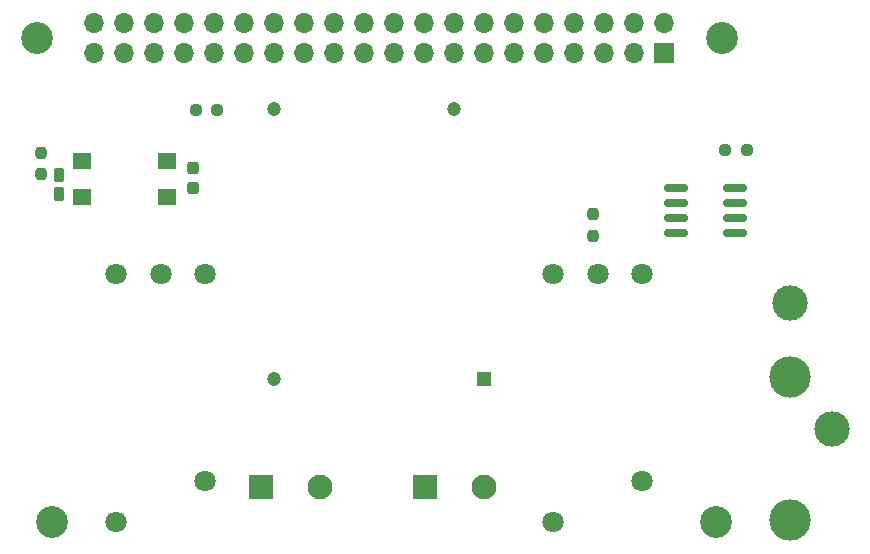
<source format=gts>
%TF.GenerationSoftware,KiCad,Pcbnew,(6.0.8)*%
%TF.CreationDate,2023-02-20T09:44:42-06:00*%
%TF.ProjectId,PumpTimerV2,50756d70-5469-46d6-9572-56322e6b6963,rev?*%
%TF.SameCoordinates,Original*%
%TF.FileFunction,Soldermask,Top*%
%TF.FilePolarity,Negative*%
%FSLAX46Y46*%
G04 Gerber Fmt 4.6, Leading zero omitted, Abs format (unit mm)*
G04 Created by KiCad (PCBNEW (6.0.8)) date 2023-02-20 09:44:42*
%MOMM*%
%LPD*%
G01*
G04 APERTURE LIST*
G04 Aperture macros list*
%AMRoundRect*
0 Rectangle with rounded corners*
0 $1 Rounding radius*
0 $2 $3 $4 $5 $6 $7 $8 $9 X,Y pos of 4 corners*
0 Add a 4 corners polygon primitive as box body*
4,1,4,$2,$3,$4,$5,$6,$7,$8,$9,$2,$3,0*
0 Add four circle primitives for the rounded corners*
1,1,$1+$1,$2,$3*
1,1,$1+$1,$4,$5*
1,1,$1+$1,$6,$7*
1,1,$1+$1,$8,$9*
0 Add four rect primitives between the rounded corners*
20,1,$1+$1,$2,$3,$4,$5,0*
20,1,$1+$1,$4,$5,$6,$7,0*
20,1,$1+$1,$6,$7,$8,$9,0*
20,1,$1+$1,$8,$9,$2,$3,0*%
G04 Aperture macros list end*
%ADD10C,1.800000*%
%ADD11C,2.100000*%
%ADD12R,2.100000X2.100000*%
%ADD13RoundRect,0.150000X-0.825000X-0.150000X0.825000X-0.150000X0.825000X0.150000X-0.825000X0.150000X0*%
%ADD14R,1.600000X1.400000*%
%ADD15RoundRect,0.237500X0.237500X-0.250000X0.237500X0.250000X-0.237500X0.250000X-0.237500X-0.250000X0*%
%ADD16RoundRect,0.212500X0.212500X-0.400000X0.212500X0.400000X-0.212500X0.400000X-0.212500X-0.400000X0*%
%ADD17R,1.200000X1.200000*%
%ADD18C,1.200000*%
%ADD19C,3.500000*%
%ADD20C,3.000000*%
%ADD21RoundRect,0.237500X0.250000X0.237500X-0.250000X0.237500X-0.250000X-0.237500X0.250000X-0.237500X0*%
%ADD22C,2.700000*%
%ADD23RoundRect,0.237500X-0.237500X0.300000X-0.237500X-0.300000X0.237500X-0.300000X0.237500X0.300000X0*%
%ADD24RoundRect,0.237500X-0.237500X0.250000X-0.237500X-0.250000X0.237500X-0.250000X0.237500X0.250000X0*%
%ADD25R,1.700000X1.700000*%
%ADD26O,1.700000X1.700000*%
G04 APERTURE END LIST*
D10*
%TO.C,K2*%
X87250000Y-86500000D03*
X94750000Y-86500000D03*
X87250000Y-107500000D03*
X91000000Y-86500000D03*
X94750000Y-104000000D03*
%TD*%
%TO.C,K1*%
X50250000Y-86500000D03*
X57750000Y-86500000D03*
X50250000Y-107500000D03*
X54000000Y-86500000D03*
X57750000Y-104000000D03*
%TD*%
D11*
%TO.C,J3*%
X81390000Y-104500000D03*
D12*
X76390000Y-104500000D03*
%TD*%
D11*
%TO.C,J2*%
X67500000Y-104500000D03*
D12*
X62500000Y-104500000D03*
%TD*%
D13*
%TO.C,U2*%
X97672200Y-79215200D03*
X97672200Y-80485200D03*
X97672200Y-81755200D03*
X97672200Y-83025200D03*
X102622200Y-83025200D03*
X102622200Y-81755200D03*
X102622200Y-80485200D03*
X102622200Y-79215200D03*
%TD*%
D14*
%TO.C,SW1*%
X47300000Y-76900000D03*
X54500000Y-76900000D03*
X47300000Y-79900000D03*
X54500000Y-79900000D03*
%TD*%
D15*
%TO.C,R14*%
X43900000Y-78012500D03*
X43900000Y-76187500D03*
%TD*%
D16*
%TO.C,D4*%
X45400000Y-79712500D03*
X45400000Y-78087500D03*
%TD*%
D17*
%TO.C,PS1*%
X81390000Y-95390000D03*
D18*
X78850000Y-72530000D03*
X63610000Y-72530000D03*
X63610000Y-95390000D03*
%TD*%
D19*
%TO.C,BT1*%
X107300000Y-107300000D03*
X107300000Y-95200000D03*
D20*
X110800000Y-99600000D03*
X107300000Y-88900000D03*
%TD*%
D21*
%TO.C,R13*%
X58800000Y-72600000D03*
X56975000Y-72600000D03*
%TD*%
D22*
%TO.C,H1*%
X101500000Y-66500000D03*
%TD*%
%TO.C,H2*%
X43500000Y-66500000D03*
%TD*%
%TO.C,H3*%
X44800000Y-107500000D03*
%TD*%
%TO.C,H4*%
X101000000Y-107500000D03*
%TD*%
D23*
%TO.C,C4*%
X56700000Y-77487500D03*
X56700000Y-79212500D03*
%TD*%
D24*
%TO.C,R6*%
X90622200Y-81401500D03*
X90622200Y-83226500D03*
%TD*%
D21*
%TO.C,R7*%
X103625100Y-75964000D03*
X101800100Y-75964000D03*
%TD*%
D25*
%TO.C,J4*%
X96630000Y-67770000D03*
D26*
X96630000Y-65230000D03*
X94090000Y-67770000D03*
X94090000Y-65230000D03*
X91550000Y-67770000D03*
X91550000Y-65230000D03*
X89010000Y-67770000D03*
X89010000Y-65230000D03*
X86470000Y-67770000D03*
X86470000Y-65230000D03*
X83930000Y-67770000D03*
X83930000Y-65230000D03*
X81390000Y-67770000D03*
X81390000Y-65230000D03*
X78850000Y-67770000D03*
X78850000Y-65230000D03*
X76310000Y-67770000D03*
X76310000Y-65230000D03*
X73770000Y-67770000D03*
X73770000Y-65230000D03*
X71230000Y-67770000D03*
X71230000Y-65230000D03*
X68690000Y-67770000D03*
X68690000Y-65230000D03*
X66150000Y-67770000D03*
X66150000Y-65230000D03*
X63610000Y-67770000D03*
X63610000Y-65230000D03*
X61070000Y-67770000D03*
X61070000Y-65230000D03*
X58530000Y-67770000D03*
X58530000Y-65230000D03*
X55990000Y-67770000D03*
X55990000Y-65230000D03*
X53450000Y-67770000D03*
X53450000Y-65230000D03*
X50910000Y-67770000D03*
X50910000Y-65230000D03*
X48370000Y-67770000D03*
X48370000Y-65230000D03*
%TD*%
M02*

</source>
